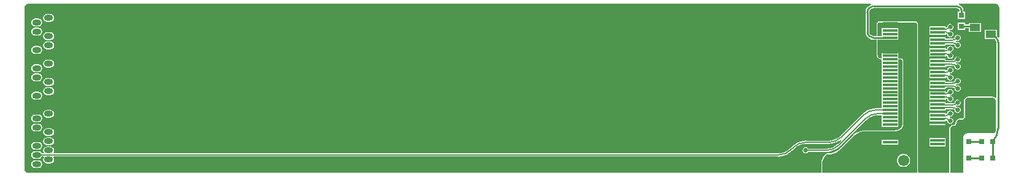
<source format=gtl>
G04*
G04 #@! TF.GenerationSoftware,Altium Limited,Altium Designer,22.3.1 (43)*
G04*
G04 Layer_Physical_Order=1*
G04 Layer_Color=255*
%FSLAX25Y25*%
%MOIN*%
G70*
G04*
G04 #@! TF.SameCoordinates,E818B628-65F0-44BA-8D72-483C3118F3C7*
G04*
G04*
G04 #@! TF.FilePolarity,Positive*
G04*
G01*
G75*
%ADD13R,0.07874X0.01181*%
%ADD14R,0.10827X0.04724*%
%ADD15R,0.03150X0.02992*%
%ADD16R,0.11811X0.10236*%
%ADD17R,0.02992X0.03150*%
%ADD18R,0.05512X0.03937*%
%ADD27C,0.04134*%
%ADD28C,0.06102*%
%ADD29C,0.00700*%
%ADD30C,0.01000*%
%ADD31O,0.04921X0.03150*%
%ADD32C,0.02800*%
%ADD33C,0.02500*%
%ADD34C,0.01400*%
G36*
X523766Y371140D02*
X522995Y370820D01*
X522118Y370147D01*
X522116Y370148D01*
X521409Y369226D01*
X520964Y368152D01*
X520812Y367000D01*
X520831D01*
Y356414D01*
X520812D01*
X520964Y355262D01*
X521409Y354188D01*
X522116Y353266D01*
X522118Y353267D01*
X522995Y352594D01*
X524018Y352170D01*
X525114Y352026D01*
Y352043D01*
X526809D01*
Y343569D01*
X526830Y343518D01*
X526820Y343463D01*
X526885Y343134D01*
X526916Y343088D01*
Y343032D01*
X527045Y342722D01*
X527084Y342682D01*
X527095Y342628D01*
X527282Y342348D01*
X527328Y342318D01*
X527349Y342266D01*
X527632Y341983D01*
X527683Y341962D01*
X527714Y341916D01*
X528100Y341658D01*
X528154Y341647D01*
X528193Y341608D01*
X528622Y341430D01*
X528678D01*
X528724Y341400D01*
X529118Y341321D01*
X529223Y341342D01*
X529269Y341345D01*
X529379Y341334D01*
X529724Y341078D01*
Y338192D01*
Y334255D01*
Y330318D01*
Y326381D01*
Y322444D01*
Y318507D01*
Y314559D01*
X526685D01*
Y314576D01*
X524982Y314442D01*
X523321Y314043D01*
X521744Y313389D01*
X520287Y312497D01*
X518989Y311388D01*
X519001Y311376D01*
X507166Y299542D01*
X507146Y299511D01*
X505788Y298397D01*
X504208Y297552D01*
X502492Y297032D01*
X500744Y296860D01*
X500708Y296867D01*
X488492D01*
Y296884D01*
X486790Y296750D01*
X485129Y296351D01*
X483552Y295697D01*
X482095Y294805D01*
X480797Y293696D01*
X480809Y293684D01*
X480809Y293684D01*
X479760Y292635D01*
X479740Y292605D01*
X478382Y291490D01*
X476801Y290645D01*
X475086Y290125D01*
X473338Y289953D01*
X473302Y289960D01*
X79934Y289960D01*
X79666Y290460D01*
X79883Y290784D01*
X80044Y291593D01*
X79883Y292403D01*
X79424Y293089D01*
X78738Y293548D01*
X77928Y293709D01*
X76157D01*
X75347Y293548D01*
X74661Y293089D01*
X74202Y292403D01*
X74041Y291593D01*
X74202Y290784D01*
X74419Y290460D01*
X74151Y289960D01*
X73270D01*
X72849Y290589D01*
X72163Y291048D01*
X71354Y291209D01*
X69582D01*
X68772Y291048D01*
X68086Y290589D01*
X67628Y289903D01*
X67466Y289093D01*
X67628Y288284D01*
X68086Y287598D01*
X68772Y287139D01*
X69582Y286978D01*
X71354D01*
X72163Y287139D01*
X72849Y287598D01*
X73270Y288227D01*
X74151D01*
X74419Y287727D01*
X74202Y287403D01*
X74041Y286593D01*
X74202Y285784D01*
X74661Y285098D01*
X75347Y284639D01*
X76157Y284478D01*
X77928D01*
X78738Y284639D01*
X79424Y285098D01*
X79883Y285784D01*
X80044Y286593D01*
X79883Y287403D01*
X79666Y287727D01*
X79934Y288227D01*
X473302Y288227D01*
Y288210D01*
X475004Y288344D01*
X476665Y288742D01*
X478243Y289396D01*
X479699Y290288D01*
X480998Y291398D01*
X480985Y291409D01*
X482034Y292458D01*
X482055Y292489D01*
X483412Y293603D01*
X484993Y294448D01*
X486709Y294968D01*
X488457Y295141D01*
X488492Y295133D01*
X500708D01*
Y295116D01*
X502411Y295250D01*
X504072Y295649D01*
X505649Y296303D01*
X507105Y297195D01*
X507155Y297237D01*
X507495Y296870D01*
X505760Y295135D01*
X505740Y295105D01*
X504382Y293990D01*
X502801Y293145D01*
X501086Y292625D01*
X499338Y292453D01*
X499302Y292460D01*
X489684D01*
X489656Y292528D01*
X489192Y292992D01*
X488585Y293243D01*
X487929D01*
X487322Y292992D01*
X486858Y292528D01*
X486607Y291922D01*
Y291265D01*
X486858Y290659D01*
X487322Y290195D01*
X487929Y289943D01*
X488585D01*
X489192Y290195D01*
X489656Y290659D01*
X489684Y290727D01*
X499302D01*
Y290710D01*
X501004Y290844D01*
X502665Y291243D01*
X504243Y291896D01*
X505699Y292788D01*
X506997Y293898D01*
X506986Y293910D01*
X521258Y308182D01*
X521278Y308212D01*
X522636Y309327D01*
X524217Y310172D01*
X525932Y310692D01*
X527680Y310864D01*
X527716Y310857D01*
X529724D01*
Y308664D01*
Y304440D01*
X538597Y304439D01*
X538597Y304728D01*
X538597Y304939D01*
Y308664D01*
Y312601D01*
Y316539D01*
Y320476D01*
Y324413D01*
Y328350D01*
Y332287D01*
Y336224D01*
Y341299D01*
X540089D01*
X540140Y341296D01*
X540252Y341274D01*
X540345Y341235D01*
X540440Y341172D01*
X540467Y341147D01*
X540535Y341072D01*
X540669Y340871D01*
X540757Y340661D01*
X540804Y340424D01*
X540809Y340310D01*
Y305928D01*
X540795Y305646D01*
X540683Y305081D01*
X540468Y304561D01*
X540148Y304082D01*
X539967Y303883D01*
X539644Y303590D01*
X538887Y303084D01*
X538058Y302741D01*
X537165Y302563D01*
X536716Y302541D01*
X520008D01*
X519956Y302520D01*
X519902Y302531D01*
X517970Y302147D01*
X517924Y302116D01*
X517869D01*
X516049Y301362D01*
X516010Y301323D01*
X515955Y301312D01*
X514317Y300218D01*
X514286Y300171D01*
X514235Y300150D01*
X513539Y299454D01*
X506452Y292367D01*
X505877Y291846D01*
X504577Y290977D01*
X503145Y290384D01*
X501612Y290079D01*
X500837Y290041D01*
X500515D01*
X500463Y290020D01*
X500409Y290031D01*
X500002Y289950D01*
X499957Y289919D01*
X499901D01*
X499518Y289761D01*
X499479Y289721D01*
X499425Y289711D01*
X499080Y289480D01*
X499049Y289434D01*
X498998Y289413D01*
X498404Y288819D01*
X498382Y288767D01*
X498336Y288737D01*
X497632Y287683D01*
X497622Y287629D01*
X497582Y287590D01*
X497098Y286419D01*
Y286364D01*
X497067Y286317D01*
X496820Y285075D01*
X496830Y285020D01*
X496809Y284969D01*
Y279361D01*
X496809Y279360D01*
X66694Y279360D01*
X66193Y279360D01*
X65729Y279445D01*
X65287Y279533D01*
X64518Y280047D01*
X64004Y280815D01*
X63916Y281257D01*
X63832Y281722D01*
X63832D01*
Y369278D01*
X63828Y369298D01*
X64004Y370185D01*
X64518Y370953D01*
X65287Y371467D01*
X65728Y371555D01*
X66193Y371640D01*
X66694Y371640D01*
X523666Y371640D01*
X523766Y371140D01*
D02*
G37*
G36*
X591211Y371640D02*
D01*
X591697Y371551D01*
X592118Y371467D01*
X592886Y370953D01*
X593400Y370185D01*
X593488Y369743D01*
X593573Y369278D01*
X593573Y368778D01*
X593573Y353268D01*
X593073Y353098D01*
X592584Y353734D01*
X592571Y353721D01*
X592106Y354186D01*
Y357469D01*
X585595D01*
Y352532D01*
X590877D01*
X591129Y352279D01*
X591163Y352256D01*
X591663Y351508D01*
X591839Y350626D01*
X591831Y350586D01*
Y320529D01*
X591331Y320322D01*
X591282Y320370D01*
X591231Y320392D01*
X591200Y320438D01*
X590921Y320624D01*
X590866Y320635D01*
X590827Y320674D01*
X590516Y320803D01*
X590461D01*
X590415Y320834D01*
X590376Y320842D01*
X590356Y320838D01*
X590338Y320848D01*
X589879Y320906D01*
X589845Y320896D01*
X589812Y320910D01*
X589811D01*
X589811Y320910D01*
X576557Y320910D01*
X576389Y320910D01*
X576338Y320889D01*
X576284Y320900D01*
X575954Y320834D01*
X575908Y320803D01*
X575852D01*
X575542Y320674D01*
X575503Y320635D01*
X575448Y320624D01*
X575169Y320438D01*
X575138Y320392D01*
X575087Y320370D01*
X574849Y320133D01*
X574828Y320081D01*
X574782Y320051D01*
X574595Y319771D01*
X574584Y319717D01*
X574545Y319677D01*
X574416Y319367D01*
Y319311D01*
X574385Y319265D01*
X574381Y319242D01*
X574384Y319223D01*
X574375Y319205D01*
X574314Y318731D01*
X574323Y318695D01*
X574309Y318662D01*
X574309Y318162D01*
X574309Y310135D01*
X574304Y310020D01*
X574257Y309784D01*
X574169Y309573D01*
X574035Y309372D01*
X573967Y309297D01*
X573892Y309229D01*
X573692Y309095D01*
X573481Y309008D01*
X573244Y308961D01*
X573130Y308955D01*
X571972Y308955D01*
X571804Y308955D01*
X571752Y308934D01*
X571698Y308945D01*
X571368Y308879D01*
X571322Y308849D01*
X571267D01*
X570956Y308720D01*
X570917Y308681D01*
X570862Y308670D01*
X570583Y308483D01*
X570552Y308437D01*
X570501Y308416D01*
X570263Y308178D01*
X570242Y308127D01*
X570196Y308096D01*
X570009Y307816D01*
X569998Y307762D01*
X569959Y307723D01*
X569830Y307412D01*
Y307357D01*
X569799Y307311D01*
X569734Y306981D01*
X569745Y306926D01*
X569723Y306875D01*
X569723Y306720D01*
X569718Y306606D01*
X569671Y306369D01*
X569583Y306159D01*
X569449Y305958D01*
X569381Y305883D01*
X569307Y305815D01*
X569106Y305681D01*
X568895Y305594D01*
X568658Y305547D01*
X568544Y305541D01*
X568389Y305541D01*
X568338Y305520D01*
X568284Y305531D01*
X567954Y305465D01*
X567908Y305434D01*
X567852D01*
X567542Y305306D01*
X567503Y305266D01*
X567448Y305256D01*
X567169Y305069D01*
X567138Y305023D01*
X567087Y305002D01*
X566849Y304764D01*
X566828Y304713D01*
X566782Y304682D01*
X566595Y304402D01*
X566584Y304348D01*
X566545Y304309D01*
X566416Y303998D01*
Y303942D01*
X566385Y303896D01*
X566320Y303567D01*
X566330Y303512D01*
X566309Y303461D01*
X566309Y303293D01*
Y279361D01*
X566309Y279360D01*
X549907Y279360D01*
X549407Y279860D01*
X549407Y360486D01*
X549400Y360503D01*
X549406Y360521D01*
X549392Y360742D01*
X549345Y360838D01*
X549338Y360946D01*
X549142Y361343D01*
X549062Y361415D01*
X549014Y361511D01*
X548681Y361804D01*
X548580Y361838D01*
X548499Y361910D01*
X548080Y362052D01*
X547972Y362046D01*
X547870Y362080D01*
X547667Y362067D01*
X528534D01*
X528333Y362080D01*
X528231Y362045D01*
X528124Y362052D01*
X527710Y361911D01*
X527630Y361840D01*
X527528Y361805D01*
X527200Y361517D01*
X527152Y361420D01*
X527071Y361349D01*
X526879Y360957D01*
X526872Y360849D01*
X526824Y360753D01*
X526810Y360535D01*
X526816Y360517D01*
X526809Y360500D01*
Y354082D01*
X525114D01*
X525085Y354076D01*
X524275Y354237D01*
X523588Y354696D01*
X523571Y354721D01*
X523537Y354744D01*
X523038Y355492D01*
X522862Y356374D01*
X522870Y356414D01*
Y367000D01*
X522862Y367040D01*
X523038Y367922D01*
X523537Y368671D01*
X523571Y368693D01*
X523588Y368718D01*
X524275Y369177D01*
X525085Y369338D01*
X525114Y369333D01*
X570293D01*
X570308Y369336D01*
X571019Y369194D01*
X571234Y369050D01*
X571617Y368767D01*
X571762Y368549D01*
X571813Y368293D01*
X571831D01*
Y367488D01*
X570776D01*
Y363496D01*
X574925D01*
Y367488D01*
X573870D01*
Y368293D01*
X573874D01*
X573781Y369000D01*
X573508Y369658D01*
X573074Y370224D01*
X573081Y370231D01*
X572265Y370858D01*
X571584Y371140D01*
X571683Y371640D01*
X590722D01*
X591211Y371640D01*
D02*
G37*
G36*
X548324Y361397D02*
X548657Y361105D01*
X548852Y360707D01*
X548866Y360486D01*
X548866Y279361D01*
X497350Y279361D01*
Y284969D01*
X497598Y286212D01*
X498082Y287383D01*
X498786Y288436D01*
X499381Y289030D01*
X499725Y289261D01*
X500108Y289419D01*
X500515Y289500D01*
X500850D01*
X501679Y289541D01*
X503303Y289864D01*
X504834Y290498D01*
X506211Y291418D01*
X506825Y291975D01*
X513921Y299071D01*
X513921Y299071D01*
Y299071D01*
X514618Y299767D01*
X516256Y300862D01*
X518076Y301616D01*
X520008Y302000D01*
X536729D01*
X537231Y302025D01*
X538216Y302221D01*
X539143Y302605D01*
X539978Y303163D01*
X540350Y303500D01*
X540575Y303748D01*
X540947Y304305D01*
X541203Y304923D01*
X541334Y305580D01*
X541350Y305914D01*
Y340323D01*
X541342Y340490D01*
X541277Y340819D01*
X541149Y341128D01*
X540963Y341406D01*
X540850Y341530D01*
X540773Y341600D01*
X540601Y341715D01*
X540410Y341794D01*
X540206Y341835D01*
X540103Y341840D01*
X538597D01*
Y344310D01*
X538597D01*
Y344598D01*
X529724D01*
Y342002D01*
X529223Y341852D01*
X528829Y341930D01*
X528401Y342108D01*
X528015Y342366D01*
X527732Y342649D01*
X527545Y342929D01*
X527416Y343239D01*
X527350Y343569D01*
Y352043D01*
X529724D01*
Y351972D01*
X538597D01*
Y353940D01*
Y358090D01*
X538597D01*
Y358378D01*
X529724D01*
Y354441D01*
X529724D01*
Y354082D01*
X527350D01*
Y360500D01*
X527364Y360718D01*
X527557Y361110D01*
X527885Y361399D01*
X528299Y361540D01*
X528517Y361526D01*
X547684D01*
X547905Y361540D01*
X548324Y361397D01*
D02*
G37*
G36*
X589811Y320369D02*
X589811Y320369D01*
X589812D01*
X590270Y320311D01*
X590309Y320303D01*
X590620Y320175D01*
X590900Y319988D01*
X591137Y319750D01*
X591324Y319470D01*
X591453Y319160D01*
X591518Y318830D01*
X591518Y318662D01*
X591518Y302595D01*
X591518Y302595D01*
X591518Y302427D01*
X591453Y302097D01*
X591324Y301787D01*
X591137Y301507D01*
X590900Y301269D01*
X590620Y301083D01*
X590309Y300954D01*
X589980Y300888D01*
X589811Y300888D01*
X575757D01*
X575757Y300888D01*
X575589Y300880D01*
X575261Y300815D01*
X574952Y300687D01*
X574674Y300501D01*
X574550Y300388D01*
X574437Y300264D01*
X574251Y299986D01*
X574123Y299677D01*
X574058Y299348D01*
X574050Y299181D01*
Y279361D01*
X566850D01*
Y303293D01*
X566850Y303461D01*
X566916Y303791D01*
X567045Y304101D01*
X567232Y304381D01*
X567469Y304619D01*
X567749Y304806D01*
X568060Y304934D01*
X568389Y305000D01*
X568558Y305000D01*
X568725Y305008D01*
X569053Y305073D01*
X569362Y305202D01*
X569640Y305387D01*
X569765Y305500D01*
X569877Y305624D01*
X570063Y305902D01*
X570191Y306211D01*
X570256Y306540D01*
X570265Y306707D01*
X570265Y306875D01*
X570330Y307205D01*
X570459Y307516D01*
X570646Y307795D01*
X570884Y308033D01*
X571163Y308220D01*
X571474Y308349D01*
X571804Y308414D01*
X571972Y308414D01*
X573143Y308414D01*
X573311Y308422D01*
X573639Y308488D01*
X573948Y308616D01*
X574226Y308802D01*
X574350Y308914D01*
X574463Y309038D01*
X574649Y309317D01*
X574777Y309626D01*
X574842Y309954D01*
X574850Y310121D01*
X574850Y318162D01*
X574850Y318662D01*
X574911Y319136D01*
X574916Y319160D01*
X575045Y319470D01*
X575232Y319750D01*
X575469Y319988D01*
X575749Y320175D01*
X576060Y320303D01*
X576389Y320369D01*
X576557Y320369D01*
X589811Y320369D01*
X589811Y320369D01*
D02*
G37*
%LPC*%
G36*
X77928Y366079D02*
X76157D01*
X75347Y365918D01*
X74661Y365459D01*
X74202Y364773D01*
X74041Y363963D01*
X74202Y363154D01*
X74661Y362468D01*
X75347Y362009D01*
X76157Y361848D01*
X77928D01*
X78738Y362009D01*
X79424Y362468D01*
X79883Y363154D01*
X80044Y363963D01*
X79883Y364773D01*
X79424Y365459D01*
X78738Y365918D01*
X77928Y366079D01*
D02*
G37*
G36*
X71354Y363579D02*
X69582D01*
X68772Y363418D01*
X68086Y362959D01*
X67628Y362273D01*
X67466Y361463D01*
X67628Y360654D01*
X68086Y359967D01*
X68772Y359509D01*
X69582Y359348D01*
X71354D01*
X72163Y359509D01*
X72849Y359967D01*
X73308Y360654D01*
X73469Y361463D01*
X73308Y362273D01*
X72849Y362959D01*
X72163Y363418D01*
X71354Y363579D01*
D02*
G37*
G36*
Y358579D02*
X69582D01*
X68772Y358418D01*
X68086Y357959D01*
X67628Y357273D01*
X67466Y356463D01*
X67628Y355654D01*
X68086Y354967D01*
X68772Y354509D01*
X69582Y354348D01*
X71354D01*
X72163Y354509D01*
X72849Y354967D01*
X73308Y355654D01*
X73469Y356463D01*
X73308Y357273D01*
X72849Y357959D01*
X72163Y358418D01*
X71354Y358579D01*
D02*
G37*
G36*
X77928Y356079D02*
X76157D01*
X75347Y355918D01*
X74661Y355459D01*
X74202Y354773D01*
X74041Y353963D01*
X74202Y353154D01*
X74661Y352467D01*
X75347Y352009D01*
X76157Y351848D01*
X77928D01*
X78738Y352009D01*
X79424Y352467D01*
X79883Y353154D01*
X80044Y353963D01*
X79883Y354773D01*
X79424Y355459D01*
X78738Y355918D01*
X77928Y356079D01*
D02*
G37*
G36*
Y351079D02*
X76157D01*
X75347Y350918D01*
X74661Y350459D01*
X74202Y349773D01*
X74041Y348963D01*
X74202Y348154D01*
X74661Y347467D01*
X75347Y347009D01*
X76157Y346848D01*
X77928D01*
X78738Y347009D01*
X79424Y347467D01*
X79883Y348154D01*
X80044Y348963D01*
X79883Y349773D01*
X79424Y350459D01*
X78738Y350918D01*
X77928Y351079D01*
D02*
G37*
G36*
X71354Y348579D02*
X69582D01*
X68772Y348418D01*
X68086Y347959D01*
X67628Y347273D01*
X67466Y346463D01*
X67628Y345654D01*
X68086Y344968D01*
X68772Y344509D01*
X69582Y344348D01*
X71354D01*
X72163Y344509D01*
X72849Y344968D01*
X73308Y345654D01*
X73469Y346463D01*
X73308Y347273D01*
X72849Y347959D01*
X72163Y348418D01*
X71354Y348579D01*
D02*
G37*
G36*
X77928Y341079D02*
X76157D01*
X75347Y340918D01*
X74661Y340459D01*
X74202Y339773D01*
X74041Y338963D01*
X74202Y338154D01*
X74661Y337468D01*
X75347Y337009D01*
X76157Y336848D01*
X77928D01*
X78738Y337009D01*
X79424Y337468D01*
X79883Y338154D01*
X80044Y338963D01*
X79883Y339773D01*
X79424Y340459D01*
X78738Y340918D01*
X77928Y341079D01*
D02*
G37*
G36*
X71354Y338579D02*
X69582D01*
X68772Y338418D01*
X68086Y337959D01*
X67628Y337273D01*
X67466Y336463D01*
X67628Y335654D01*
X68086Y334967D01*
X68772Y334509D01*
X69582Y334348D01*
X71354D01*
X72163Y334509D01*
X72849Y334967D01*
X73308Y335654D01*
X73469Y336463D01*
X73308Y337273D01*
X72849Y337959D01*
X72163Y338418D01*
X71354Y338579D01*
D02*
G37*
G36*
Y333579D02*
X69582D01*
X68772Y333418D01*
X68086Y332959D01*
X67628Y332273D01*
X67466Y331463D01*
X67628Y330654D01*
X68086Y329967D01*
X68772Y329509D01*
X69582Y329348D01*
X71354D01*
X72163Y329509D01*
X72849Y329967D01*
X73308Y330654D01*
X73469Y331463D01*
X73308Y332273D01*
X72849Y332959D01*
X72163Y333418D01*
X71354Y333579D01*
D02*
G37*
G36*
X77928Y331079D02*
X76157D01*
X75347Y330918D01*
X74661Y330459D01*
X74202Y329773D01*
X74041Y328963D01*
X74202Y328154D01*
X74661Y327467D01*
X75347Y327009D01*
X76157Y326848D01*
X77928D01*
X78738Y327009D01*
X79424Y327467D01*
X79883Y328154D01*
X80044Y328963D01*
X79883Y329773D01*
X79424Y330459D01*
X78738Y330918D01*
X77928Y331079D01*
D02*
G37*
G36*
Y326079D02*
X76157D01*
X75347Y325918D01*
X74661Y325459D01*
X74202Y324773D01*
X74041Y323963D01*
X74202Y323154D01*
X74661Y322467D01*
X75347Y322009D01*
X76157Y321848D01*
X77928D01*
X78738Y322009D01*
X79424Y322467D01*
X79883Y323154D01*
X80044Y323963D01*
X79883Y324773D01*
X79424Y325459D01*
X78738Y325918D01*
X77928Y326079D01*
D02*
G37*
G36*
X71354Y323579D02*
X69582D01*
X68772Y323418D01*
X68086Y322959D01*
X67628Y322273D01*
X67466Y321463D01*
X67628Y320654D01*
X68086Y319968D01*
X68772Y319509D01*
X69582Y319348D01*
X71354D01*
X72163Y319509D01*
X72849Y319968D01*
X73308Y320654D01*
X73469Y321463D01*
X73308Y322273D01*
X72849Y322959D01*
X72163Y323418D01*
X71354Y323579D01*
D02*
G37*
G36*
X77928Y313709D02*
X76157D01*
X75347Y313548D01*
X74661Y313089D01*
X74202Y312403D01*
X74041Y311593D01*
X74202Y310784D01*
X74661Y310098D01*
X75347Y309639D01*
X76157Y309478D01*
X77928D01*
X78738Y309639D01*
X79424Y310098D01*
X79883Y310784D01*
X80044Y311593D01*
X79883Y312403D01*
X79424Y313089D01*
X78738Y313548D01*
X77928Y313709D01*
D02*
G37*
G36*
X71354Y311209D02*
X69582D01*
X68772Y311048D01*
X68086Y310589D01*
X67628Y309903D01*
X67466Y309093D01*
X67628Y308284D01*
X68086Y307598D01*
X68772Y307139D01*
X69582Y306978D01*
X71354D01*
X72163Y307139D01*
X72849Y307598D01*
X73308Y308284D01*
X73469Y309093D01*
X73308Y309903D01*
X72849Y310589D01*
X72163Y311048D01*
X71354Y311209D01*
D02*
G37*
G36*
Y306209D02*
X69582D01*
X68772Y306048D01*
X68086Y305589D01*
X67628Y304903D01*
X67466Y304093D01*
X67628Y303284D01*
X68086Y302598D01*
X68772Y302139D01*
X69582Y301978D01*
X71354D01*
X72163Y302139D01*
X72849Y302598D01*
X73308Y303284D01*
X73469Y304093D01*
X73308Y304903D01*
X72849Y305589D01*
X72163Y306048D01*
X71354Y306209D01*
D02*
G37*
G36*
X77928Y303709D02*
X76157D01*
X75347Y303548D01*
X74661Y303089D01*
X74202Y302403D01*
X74041Y301593D01*
X74202Y300784D01*
X74661Y300098D01*
X75347Y299639D01*
X76157Y299478D01*
X77928D01*
X78738Y299639D01*
X79424Y300098D01*
X79883Y300784D01*
X80044Y301593D01*
X79883Y302403D01*
X79424Y303089D01*
X78738Y303548D01*
X77928Y303709D01*
D02*
G37*
G36*
Y298709D02*
X76157D01*
X75347Y298548D01*
X74661Y298089D01*
X74202Y297403D01*
X74041Y296593D01*
X74202Y295784D01*
X74661Y295098D01*
X75347Y294639D01*
X76157Y294478D01*
X77928D01*
X78738Y294639D01*
X79424Y295098D01*
X79883Y295784D01*
X80044Y296593D01*
X79883Y297403D01*
X79424Y298089D01*
X78738Y298548D01*
X77928Y298709D01*
D02*
G37*
G36*
X71354Y296209D02*
X69582D01*
X68772Y296048D01*
X68086Y295589D01*
X67628Y294903D01*
X67466Y294093D01*
X67628Y293284D01*
X68086Y292598D01*
X68772Y292139D01*
X69582Y291978D01*
X71354D01*
X72163Y292139D01*
X72849Y292598D01*
X73308Y293284D01*
X73469Y294093D01*
X73308Y294903D01*
X72849Y295589D01*
X72163Y296048D01*
X71354Y296209D01*
D02*
G37*
G36*
Y286209D02*
X69582D01*
X68772Y286048D01*
X68086Y285589D01*
X67628Y284903D01*
X67466Y284093D01*
X67628Y283284D01*
X68086Y282598D01*
X68772Y282139D01*
X69582Y281978D01*
X71354D01*
X72163Y282139D01*
X72849Y282598D01*
X73308Y283284D01*
X73469Y284093D01*
X73308Y284903D01*
X72849Y285589D01*
X72163Y286048D01*
X71354Y286209D01*
D02*
G37*
G36*
X567096Y360591D02*
X566439D01*
X565833Y360340D01*
X565369Y359876D01*
X565118Y359269D01*
Y358988D01*
X564853Y358876D01*
X564688Y358947D01*
X564390Y359203D01*
Y359363D01*
X555515D01*
Y358575D01*
X555515D01*
Y355426D01*
X555515D01*
Y354638D01*
X564390Y354636D01*
X564390Y354797D01*
X564688Y355053D01*
X564853Y355124D01*
X565118Y355012D01*
Y354731D01*
X565369Y354124D01*
X565833Y353660D01*
X566439Y353409D01*
X567096D01*
X567702Y353660D01*
X568166Y354124D01*
X568418Y354731D01*
Y355387D01*
X568166Y355993D01*
X567702Y356457D01*
X567096Y356709D01*
X566548D01*
X566458Y356855D01*
X566529Y357271D01*
X566548Y357291D01*
X567096D01*
X567702Y357542D01*
X568166Y358007D01*
X568418Y358613D01*
Y359269D01*
X568166Y359876D01*
X567702Y360340D01*
X567096Y360591D01*
D02*
G37*
G36*
X574925Y361504D02*
X570776D01*
Y357512D01*
X574925D01*
Y358488D01*
X576933D01*
Y356272D01*
X583445D01*
Y361209D01*
X576933D01*
Y360527D01*
X574925D01*
Y361504D01*
D02*
G37*
G36*
X571096Y354686D02*
X570439D01*
X569833Y354434D01*
X569369Y353970D01*
X569117Y353364D01*
Y352977D01*
X568642Y352780D01*
X567771Y352666D01*
Y352661D01*
X564390D01*
Y353169D01*
X564390D01*
Y353457D01*
X555515D01*
Y352670D01*
X555515D01*
Y349520D01*
X555515D01*
Y348732D01*
X564390Y348731D01*
X564390Y349028D01*
X564767Y349528D01*
X567771D01*
Y349523D01*
X568642Y349409D01*
X569117Y349212D01*
Y348825D01*
X569369Y348218D01*
X569833Y347754D01*
X570439Y347503D01*
X571096D01*
X571702Y347754D01*
X572166Y348218D01*
X572417Y348825D01*
Y349481D01*
X572166Y350088D01*
X571702Y350552D01*
X571096Y350803D01*
X570439D01*
X570189Y350699D01*
X569984Y350811D01*
Y351378D01*
X570189Y351490D01*
X570439Y351386D01*
X571096D01*
X571702Y351637D01*
X572166Y352101D01*
X572417Y352708D01*
Y353364D01*
X572166Y353970D01*
X571702Y354434D01*
X571096Y354686D01*
D02*
G37*
G36*
X567096Y348780D02*
X566439D01*
X565833Y348529D01*
X565369Y348065D01*
X565118Y347458D01*
Y347177D01*
X564853Y347065D01*
X564688Y347136D01*
X564390Y347392D01*
Y347552D01*
X555515D01*
Y346764D01*
X555515D01*
Y343615D01*
X555515D01*
Y342827D01*
X564390Y342825D01*
X564390Y342986D01*
X564688Y343242D01*
X564853Y343313D01*
X565118Y343201D01*
Y342919D01*
X565369Y342313D01*
X565833Y341849D01*
X566439Y341598D01*
X567096D01*
X567702Y341849D01*
X568166Y342313D01*
X568418Y342919D01*
Y343576D01*
X568166Y344182D01*
X567702Y344647D01*
X567096Y344898D01*
X566548D01*
X566458Y345044D01*
X566529Y345460D01*
X566548Y345480D01*
X567096D01*
X567702Y345731D01*
X568166Y346196D01*
X568418Y346802D01*
Y347458D01*
X568166Y348065D01*
X567702Y348529D01*
X567096Y348780D01*
D02*
G37*
G36*
X571096Y342875D02*
X570439D01*
X569833Y342623D01*
X569369Y342159D01*
X569117Y341553D01*
Y341166D01*
X568642Y340969D01*
X567771Y340855D01*
Y340850D01*
X564390D01*
Y341358D01*
X564390D01*
Y341646D01*
X555515Y341646D01*
Y340858D01*
X555515D01*
Y337709D01*
X555515D01*
Y336921D01*
X564390Y336920D01*
X564390Y337217D01*
X564767Y337717D01*
X567771D01*
Y337712D01*
X568642Y337597D01*
X569117Y337401D01*
Y337014D01*
X569369Y336407D01*
X569833Y335943D01*
X570439Y335692D01*
X571096D01*
X571702Y335943D01*
X572166Y336407D01*
X572417Y337014D01*
Y337670D01*
X572166Y338277D01*
X571702Y338741D01*
X571096Y338992D01*
X570439D01*
X570189Y338888D01*
X569984Y339000D01*
Y339567D01*
X570189Y339679D01*
X570439Y339575D01*
X571096D01*
X571702Y339826D01*
X572166Y340290D01*
X572417Y340896D01*
Y341553D01*
X572166Y342159D01*
X571702Y342623D01*
X571096Y342875D01*
D02*
G37*
G36*
X567096Y336969D02*
X566439D01*
X565833Y336718D01*
X565369Y336254D01*
X565118Y335647D01*
Y335366D01*
X564853Y335254D01*
X564688Y335325D01*
X564390Y335581D01*
Y335741D01*
X555515D01*
Y334953D01*
X555515D01*
Y331804D01*
X555515D01*
Y331016D01*
X564390Y331014D01*
X564390Y331174D01*
X564688Y331431D01*
X564853Y331502D01*
X565118Y331390D01*
Y331108D01*
X565369Y330502D01*
X565833Y330038D01*
X566439Y329787D01*
X567096D01*
X567702Y330038D01*
X568166Y330502D01*
X568418Y331108D01*
Y331765D01*
X568166Y332371D01*
X567702Y332835D01*
X567096Y333087D01*
X566548D01*
X566458Y333233D01*
X566529Y333649D01*
X566548Y333669D01*
X567096D01*
X567702Y333920D01*
X568166Y334384D01*
X568418Y334991D01*
Y335647D01*
X568166Y336254D01*
X567702Y336718D01*
X567096Y336969D01*
D02*
G37*
G36*
X571096Y331064D02*
X570439D01*
X569833Y330812D01*
X569369Y330348D01*
X569117Y329742D01*
Y329355D01*
X568642Y329158D01*
X567771Y329044D01*
Y329039D01*
X564390D01*
X564390Y329547D01*
X564390Y329547D01*
X564390Y329835D01*
X564009Y329835D01*
X555515D01*
Y329047D01*
X555515D01*
Y325898D01*
X555515D01*
Y325110D01*
X564390Y325109D01*
X564390Y325406D01*
X564767Y325906D01*
X567771D01*
Y325901D01*
X568642Y325786D01*
X569117Y325590D01*
Y325203D01*
X569369Y324597D01*
X569833Y324132D01*
X570439Y323881D01*
X571096D01*
X571702Y324132D01*
X572166Y324597D01*
X572417Y325203D01*
Y325859D01*
X572166Y326466D01*
X571702Y326930D01*
X571096Y327181D01*
X570439D01*
X570189Y327077D01*
X569984Y327188D01*
Y327756D01*
X570189Y327868D01*
X570439Y327764D01*
X571096D01*
X571702Y328015D01*
X572166Y328479D01*
X572417Y329085D01*
Y329742D01*
X572166Y330348D01*
X571702Y330812D01*
X571096Y331064D01*
D02*
G37*
G36*
X567096Y325158D02*
X566439D01*
X565833Y324907D01*
X565369Y324443D01*
X565118Y323836D01*
Y323555D01*
X564853Y323443D01*
X564688Y323514D01*
X564390Y323770D01*
Y323930D01*
X555515D01*
Y323142D01*
X555515D01*
Y319993D01*
X555515D01*
Y319205D01*
X564390Y319203D01*
X564390Y319363D01*
X564688Y319620D01*
X564853Y319691D01*
X565118Y319579D01*
Y319297D01*
X565369Y318691D01*
X565833Y318227D01*
X566439Y317976D01*
X567096D01*
X567702Y318227D01*
X568166Y318691D01*
X568418Y319297D01*
Y319954D01*
X568166Y320560D01*
X567702Y321024D01*
X567096Y321276D01*
X566548D01*
X566458Y321422D01*
X566529Y321838D01*
X566548Y321858D01*
X567096D01*
X567702Y322109D01*
X568166Y322573D01*
X568418Y323180D01*
Y323836D01*
X568166Y324443D01*
X567702Y324907D01*
X567096Y325158D01*
D02*
G37*
G36*
X571096Y319253D02*
X570439D01*
X569833Y319001D01*
X569369Y318537D01*
X569117Y317931D01*
Y317544D01*
X568642Y317347D01*
X567771Y317232D01*
Y317228D01*
X564390D01*
X564390Y317736D01*
X564390Y317736D01*
X564390Y318024D01*
X564009Y318024D01*
X555515D01*
Y317236D01*
X555515D01*
Y314087D01*
X555515D01*
Y313299D01*
X564390Y313298D01*
X564390Y313595D01*
X564767Y314095D01*
X567771D01*
Y314090D01*
X568642Y313975D01*
X569117Y313779D01*
Y313392D01*
X569369Y312785D01*
X569833Y312321D01*
X570439Y312070D01*
X571096D01*
X571702Y312321D01*
X572166Y312785D01*
X572417Y313392D01*
Y314048D01*
X572166Y314655D01*
X571702Y315119D01*
X571096Y315370D01*
X570439D01*
X570189Y315266D01*
X569984Y315377D01*
Y315945D01*
X570189Y316056D01*
X570439Y315953D01*
X571096D01*
X571702Y316204D01*
X572166Y316668D01*
X572417Y317274D01*
Y317931D01*
X572166Y318537D01*
X571702Y319001D01*
X571096Y319253D01*
D02*
G37*
G36*
X567096Y313347D02*
X566439D01*
X565833Y313096D01*
X565369Y312632D01*
X565118Y312025D01*
Y311744D01*
X564853Y311632D01*
X564688Y311703D01*
X564390Y311959D01*
X564390Y312119D01*
X564009Y312119D01*
X555515Y312119D01*
Y311331D01*
X555515D01*
Y308182D01*
X555515D01*
Y307394D01*
X564390Y307392D01*
X564390Y307552D01*
X564688Y307809D01*
X564853Y307880D01*
X565118Y307768D01*
Y307486D01*
X565369Y306880D01*
X565833Y306416D01*
X566439Y306165D01*
X567096D01*
X567702Y306416D01*
X568166Y306880D01*
X568418Y307486D01*
Y308143D01*
X568166Y308749D01*
X567702Y309213D01*
X567096Y309465D01*
X566548D01*
X566458Y309611D01*
X566529Y310027D01*
X566548Y310047D01*
X567096D01*
X567702Y310298D01*
X568166Y310762D01*
X568418Y311369D01*
Y312025D01*
X568166Y312632D01*
X567702Y313096D01*
X567096Y313347D01*
D02*
G37*
G36*
X564390Y306213D02*
X555515D01*
Y305425D01*
X564390Y305424D01*
Y306213D01*
D02*
G37*
G36*
X564390Y298338D02*
X555515D01*
Y297551D01*
X555515D01*
Y294403D01*
X555515D01*
Y293615D01*
X564390Y293614D01*
X564390Y293902D01*
X564390Y294114D01*
Y298050D01*
X564390D01*
Y298338D01*
D02*
G37*
G36*
X529724Y297355D02*
Y294598D01*
X538597Y294596D01*
X538597Y294885D01*
X538597Y295096D01*
Y297353D01*
X529724Y297355D01*
D02*
G37*
G36*
X541913Y289684D02*
X540978D01*
X540074Y289442D01*
X539265Y288975D01*
X538603Y288314D01*
X538136Y287504D01*
X537894Y286601D01*
Y285665D01*
X538136Y284762D01*
X538603Y283953D01*
X539265Y283291D01*
X540074Y282824D01*
X540978Y282582D01*
X541913D01*
X542816Y282824D01*
X543626Y283291D01*
X544287Y283953D01*
X544754Y284762D01*
X544996Y285665D01*
Y286601D01*
X544754Y287504D01*
X544287Y288314D01*
X543626Y288975D01*
X542816Y289442D01*
X541913Y289684D01*
D02*
G37*
%LPD*%
D13*
X534161Y360936D02*
D03*
Y358968D02*
D03*
Y356999D02*
D03*
Y355031D02*
D03*
Y353062D02*
D03*
Y351094D02*
D03*
Y349125D02*
D03*
Y347157D02*
D03*
Y345188D02*
D03*
Y343220D02*
D03*
Y341251D02*
D03*
Y339283D02*
D03*
Y337314D02*
D03*
Y335346D02*
D03*
Y333377D02*
D03*
Y331409D02*
D03*
Y329440D02*
D03*
Y327472D02*
D03*
Y325503D02*
D03*
Y323535D02*
D03*
Y321566D02*
D03*
Y319598D02*
D03*
Y317629D02*
D03*
Y315661D02*
D03*
Y313692D02*
D03*
Y311724D02*
D03*
Y309755D02*
D03*
Y307787D02*
D03*
Y295975D02*
D03*
Y294007D02*
D03*
Y292038D02*
D03*
X559952Y361921D02*
D03*
Y359953D02*
D03*
Y357984D02*
D03*
Y356016D02*
D03*
Y354047D02*
D03*
Y352079D02*
D03*
Y350110D02*
D03*
Y348142D02*
D03*
Y346173D02*
D03*
Y306803D02*
D03*
D03*
Y344205D02*
D03*
Y342236D02*
D03*
Y340268D02*
D03*
Y338299D02*
D03*
Y336331D02*
D03*
Y334362D02*
D03*
Y332394D02*
D03*
Y330425D02*
D03*
Y328457D02*
D03*
Y326488D02*
D03*
Y324520D02*
D03*
Y322551D02*
D03*
Y320583D02*
D03*
Y318614D02*
D03*
Y316646D02*
D03*
Y314677D02*
D03*
Y312709D02*
D03*
Y310740D02*
D03*
Y308772D02*
D03*
Y296960D02*
D03*
X534161Y305818D02*
D03*
Y290070D02*
D03*
X559952Y294993D02*
D03*
Y293023D02*
D03*
Y291053D02*
D03*
Y289086D02*
D03*
D14*
X559951Y284752D02*
D03*
Y366248D02*
D03*
D15*
X572850Y359508D02*
D03*
Y365492D02*
D03*
D16*
X583850Y338598D02*
D03*
Y313402D02*
D03*
D17*
X576842Y287500D02*
D03*
X570858D02*
D03*
X589843Y296500D02*
D03*
X583858D02*
D03*
X576842D02*
D03*
X570858D02*
D03*
X583858Y287500D02*
D03*
X589843D02*
D03*
D18*
X580189Y358740D02*
D03*
Y351260D02*
D03*
X588850Y355000D02*
D03*
D27*
X541445Y364873D02*
D03*
D28*
Y286133D02*
D03*
D29*
X566358Y308224D02*
G03*
X564350Y309056I-2007J-2007D01*
G01*
X560639D02*
G03*
X559952Y308772I0J-970D01*
G01*
X564350Y310456D02*
G03*
X566358Y311287I0J2839D01*
G01*
X559952Y310740D02*
G03*
X560639Y310456I686J686D01*
G01*
X560639Y314961D02*
G03*
X559952Y314677I0J-970D01*
G01*
X570767Y313720D02*
G03*
X567771Y314961I-2997J-2997D01*
G01*
X559952Y316646D02*
G03*
X560639Y316361I686J686D01*
G01*
X567771D02*
G03*
X570767Y317603I0J4238D01*
G01*
X566358Y320035D02*
G03*
X564350Y320867I-2007J-2007D01*
G01*
X560639D02*
G03*
X559952Y320583I0J-970D01*
G01*
X564350Y322267D02*
G03*
X566358Y323098I0J2839D01*
G01*
X559952Y322551D02*
G03*
X560639Y322267I686J686D01*
G01*
X560639Y326772D02*
G03*
X559952Y326488I0J-970D01*
G01*
X570767Y325531D02*
G03*
X567771Y326772I-2997J-2997D01*
G01*
Y328172D02*
G03*
X570767Y329414I0J4238D01*
G01*
X559952Y328457D02*
G03*
X560639Y328172I686J686D01*
G01*
Y332678D02*
G03*
X559952Y332394I0J-970D01*
G01*
X566358Y331846D02*
G03*
X564350Y332678I-2007J-2007D01*
G01*
X559952Y334362D02*
G03*
X560639Y334078I686J686D01*
G01*
X564350D02*
G03*
X566358Y334909I0J2839D01*
G01*
X560639Y338583D02*
G03*
X559952Y338299I0J-970D01*
G01*
X570767Y337342D02*
G03*
X567771Y338583I-2997J-2997D01*
G01*
Y339983D02*
G03*
X570767Y341225I0J4238D01*
G01*
X559952Y340268D02*
G03*
X560639Y339983I686J686D01*
G01*
X566358Y343657D02*
G03*
X564350Y344489I-2007J-2007D01*
G01*
X560639D02*
G03*
X559952Y344205I0J-970D01*
G01*
X564350Y345889D02*
G03*
X566358Y346720I0J2839D01*
G01*
X559952Y346173D02*
G03*
X560639Y345889I686J686D01*
G01*
X560639Y350394D02*
G03*
X559952Y350110I0J-970D01*
G01*
X570767Y349153D02*
G03*
X567771Y350394I-2997J-2997D01*
G01*
X559952Y352079D02*
G03*
X560639Y351794I686J686D01*
G01*
X567771D02*
G03*
X570767Y353036I0J4238D01*
G01*
X566358Y355468D02*
G03*
X564350Y356300I-2007J-2007D01*
G01*
X560639D02*
G03*
X559952Y356016I0J-970D01*
G01*
X564350Y357700D02*
G03*
X566358Y358531I0J2839D01*
G01*
X559952Y357984D02*
G03*
X560639Y357700I686J686D01*
G01*
X527716Y311724D02*
G03*
X520645Y308795I0J-10000D01*
G01*
X499302Y291593D02*
G03*
X506373Y294522I0J10000D01*
G01*
X526685Y313692D02*
G03*
X519614Y310763I0J-10000D01*
G01*
X500708Y296000D02*
G03*
X507779Y298929I0J10000D01*
G01*
X488492Y296000D02*
G03*
X481422Y293071I0J-10000D01*
G01*
X473302Y289093D02*
G03*
X480373Y292022I0J10000D01*
G01*
X580189Y358740D02*
G03*
X578336Y359508I-1853J-1853D01*
G01*
X560639Y309056D02*
X564350D01*
X566358Y308224D02*
X566768Y307815D01*
X566358Y311287D02*
X566768Y311697D01*
X560639Y310456D02*
X564350D01*
X560639Y314961D02*
X567771D01*
X560639Y316361D02*
X567771D01*
X560639Y320867D02*
X564350D01*
X566358Y320035D02*
X566768Y319626D01*
X566358Y323098D02*
X566768Y323508D01*
X560639Y322267D02*
X564350D01*
X560639Y326772D02*
X567771D01*
X560639Y328172D02*
X567771D01*
X560639Y332678D02*
X564350D01*
X566358Y331846D02*
X566768Y331437D01*
X566358Y334909D02*
X566768Y335319D01*
X560639Y334078D02*
X564350D01*
X560639Y338583D02*
X567771D01*
X560639Y339983D02*
X567771D01*
X560639Y344489D02*
X564350D01*
X566358Y343657D02*
X566768Y343248D01*
X566358Y346720D02*
X566768Y347130D01*
X560639Y345889D02*
X564350D01*
X560639Y350394D02*
X567771D01*
X560639Y351794D02*
X567771D01*
X560639Y356300D02*
X564350D01*
X566358Y355468D02*
X566768Y355059D01*
X566358Y358531D02*
X566768Y358941D01*
X560639Y357700D02*
X564350D01*
X527716Y311724D02*
X534161D01*
X506373Y294522D02*
X520645Y308795D01*
X488257Y291593D02*
X499302D01*
X526685Y313692D02*
X534161D01*
X507779Y298929D02*
X519614Y310763D01*
X488492Y296000D02*
X500708D01*
X488492D02*
X488492D01*
X480373Y292022D02*
X481422Y293071D01*
X71255Y289093D02*
X473302Y289093D01*
D30*
X589922Y296579D02*
G03*
X592850Y303650I-7071J7071D01*
G01*
Y350586D02*
G03*
X591850Y353000I-3414J0D01*
G01*
X590557Y354293D02*
G03*
X588850Y355000I-1707J-1707D01*
G01*
X572350Y369500D02*
G03*
X570293Y370352I-2057J-2057D01*
G01*
X572850Y368293D02*
G03*
X572350Y369500I-1707J0D01*
G01*
X525114Y370352D02*
G03*
X522850Y369414I0J-3202D01*
G01*
D02*
G03*
X521850Y367000I2414J-2414D01*
G01*
X522850Y354000D02*
G03*
X525114Y353062I2264J2264D01*
G01*
X521850Y356414D02*
G03*
X522850Y354000I3414J0D01*
G01*
X576842Y296500D02*
X583858D01*
X576842Y287500D02*
X583858D01*
X589843Y296500D02*
X589922Y296579D01*
X589843Y287500D02*
X589843Y287500D01*
Y296500D01*
X592850Y303650D02*
Y350586D01*
X590557Y354293D02*
X591850Y353000D01*
X572850Y359508D02*
X578336D01*
X525114Y370352D02*
X570293D01*
X572850Y365492D02*
Y368293D01*
X525114Y353062D02*
X534161D01*
X521850Y356414D02*
Y367000D01*
D31*
X70468Y309093D02*
D03*
X77043Y318963D02*
D03*
Y353963D02*
D03*
Y363963D02*
D03*
Y358963D02*
D03*
Y348963D02*
D03*
Y328963D02*
D03*
Y343963D02*
D03*
Y338963D02*
D03*
Y333963D02*
D03*
Y323963D02*
D03*
Y291593D02*
D03*
Y311593D02*
D03*
Y306593D02*
D03*
Y301593D02*
D03*
Y296593D02*
D03*
X70468Y284093D02*
D03*
X77043Y286593D02*
D03*
X70468Y289093D02*
D03*
Y304093D02*
D03*
Y299093D02*
D03*
Y294093D02*
D03*
Y321463D02*
D03*
Y326463D02*
D03*
Y314093D02*
D03*
Y366463D02*
D03*
Y361463D02*
D03*
Y356463D02*
D03*
Y351463D02*
D03*
Y346463D02*
D03*
Y341463D02*
D03*
Y336463D02*
D03*
Y331463D02*
D03*
D32*
X96055Y298200D02*
D03*
X83555Y368400D02*
D03*
X96055D02*
D03*
X333555D02*
D03*
X346055D02*
D03*
Y363100D02*
D03*
X333555D02*
D03*
X283555D02*
D03*
X258555D02*
D03*
X271055D02*
D03*
X233555D02*
D03*
X246055D02*
D03*
X221055D02*
D03*
X233555Y368400D02*
D03*
X221055D02*
D03*
X258555D02*
D03*
X246055D02*
D03*
X283555D02*
D03*
X271055D02*
D03*
X296055Y363100D02*
D03*
X308555D02*
D03*
X296055Y368400D02*
D03*
X308555D02*
D03*
X321055Y363100D02*
D03*
Y368400D02*
D03*
X346055Y303500D02*
D03*
X333555D02*
D03*
X346055Y298200D02*
D03*
X333555D02*
D03*
X321055Y303500D02*
D03*
X308555D02*
D03*
X321055Y298200D02*
D03*
X308555D02*
D03*
X283555Y303500D02*
D03*
X296055D02*
D03*
X258555D02*
D03*
X271055D02*
D03*
X233555D02*
D03*
X246055D02*
D03*
X221055D02*
D03*
X233555Y298200D02*
D03*
X221055D02*
D03*
X258555D02*
D03*
X246055D02*
D03*
X283555D02*
D03*
X271055D02*
D03*
X296055D02*
D03*
X421350D02*
D03*
X446350D02*
D03*
X433850D02*
D03*
X471350D02*
D03*
X458850D02*
D03*
X396350D02*
D03*
X408850D02*
D03*
X371350D02*
D03*
X383850D02*
D03*
X208555D02*
D03*
X358850D02*
D03*
X183555D02*
D03*
X196055D02*
D03*
X158555D02*
D03*
X171055D02*
D03*
X133555D02*
D03*
X146055D02*
D03*
X121055D02*
D03*
X108555D02*
D03*
Y303500D02*
D03*
X121055D02*
D03*
X133555D02*
D03*
X158555D02*
D03*
X146055D02*
D03*
X183555D02*
D03*
X171055D02*
D03*
X208555D02*
D03*
X196055D02*
D03*
X371350D02*
D03*
X358850D02*
D03*
X396350D02*
D03*
X383850D02*
D03*
X421350D02*
D03*
X408850D02*
D03*
X471350D02*
D03*
X483850D02*
D03*
X446350D02*
D03*
X458850D02*
D03*
X433850D02*
D03*
X496350D02*
D03*
X108555Y363100D02*
D03*
X121055D02*
D03*
X133555D02*
D03*
X158555D02*
D03*
X146055D02*
D03*
X183555D02*
D03*
X171055D02*
D03*
X208555D02*
D03*
X196055D02*
D03*
X371350D02*
D03*
X358850D02*
D03*
X396350D02*
D03*
X383850D02*
D03*
X421350D02*
D03*
X408850D02*
D03*
X471350D02*
D03*
X483850D02*
D03*
X446350D02*
D03*
X458850D02*
D03*
X433850D02*
D03*
X496350D02*
D03*
X508850D02*
D03*
Y368400D02*
D03*
X496350D02*
D03*
X433850D02*
D03*
X458850D02*
D03*
X446350D02*
D03*
X483850D02*
D03*
X471350D02*
D03*
X408850D02*
D03*
X421350D02*
D03*
X383850D02*
D03*
X396350D02*
D03*
X358850D02*
D03*
X371350D02*
D03*
X196055D02*
D03*
X208555D02*
D03*
X171055D02*
D03*
X183555D02*
D03*
X146055D02*
D03*
X158555D02*
D03*
X133555D02*
D03*
X121055D02*
D03*
X108555D02*
D03*
D33*
X566768Y311697D02*
D03*
Y307815D02*
D03*
Y358941D02*
D03*
Y355059D02*
D03*
X570767Y353036D02*
D03*
Y349153D02*
D03*
Y341225D02*
D03*
Y337342D02*
D03*
X566768Y343248D02*
D03*
Y347130D02*
D03*
Y335319D02*
D03*
Y331437D02*
D03*
X570767Y329414D02*
D03*
Y325531D02*
D03*
X566768Y319626D02*
D03*
Y323508D02*
D03*
X570767Y313720D02*
D03*
Y317603D02*
D03*
X488257Y291593D02*
D03*
D34*
X525114Y360850D02*
D03*
X549776Y367150D02*
D03*
X545776D02*
D03*
X545926Y364150D02*
D03*
X549926D02*
D03*
X532964D02*
D03*
X528964D02*
D03*
X536964D02*
D03*
X525114Y367150D02*
D03*
Y364000D02*
D03*
X537114Y367150D02*
D03*
X529114D02*
D03*
X533114D02*
D03*
X585850Y361000D02*
D03*
X589850D02*
D03*
Y365000D02*
D03*
X581850D02*
D03*
X585850D02*
D03*
X577850D02*
D03*
X585850Y369000D02*
D03*
X581850D02*
D03*
X577850D02*
D03*
X589850D02*
D03*
X587850Y347250D02*
D03*
X575850D02*
D03*
X579850D02*
D03*
X583850D02*
D03*
X527350Y291000D02*
D03*
Y294750D02*
D03*
Y298500D02*
D03*
X535350Y283500D02*
D03*
Y287250D02*
D03*
X527350Y283500D02*
D03*
X531350D02*
D03*
Y287250D02*
D03*
X527350D02*
D03*
X503350D02*
D03*
X507350D02*
D03*
X515350D02*
D03*
X519350D02*
D03*
X511350D02*
D03*
X523350D02*
D03*
X503350Y283500D02*
D03*
X499350D02*
D03*
X511350D02*
D03*
X507350D02*
D03*
X511350Y291000D02*
D03*
X515350Y294750D02*
D03*
X519350D02*
D03*
X523350Y298500D02*
D03*
Y283500D02*
D03*
X515350D02*
D03*
X519350D02*
D03*
Y291000D02*
D03*
X515350D02*
D03*
X519350Y298500D02*
D03*
X523350Y294750D02*
D03*
Y291000D02*
D03*
X570350Y281000D02*
D03*
X572550D02*
D03*
X568150D02*
D03*
X572550Y283200D02*
D03*
X570350D02*
D03*
X568150D02*
D03*
Y292000D02*
D03*
X570350D02*
D03*
X572550D02*
D03*
Y300800D02*
D03*
X570350D02*
D03*
X568150D02*
D03*
M02*

</source>
